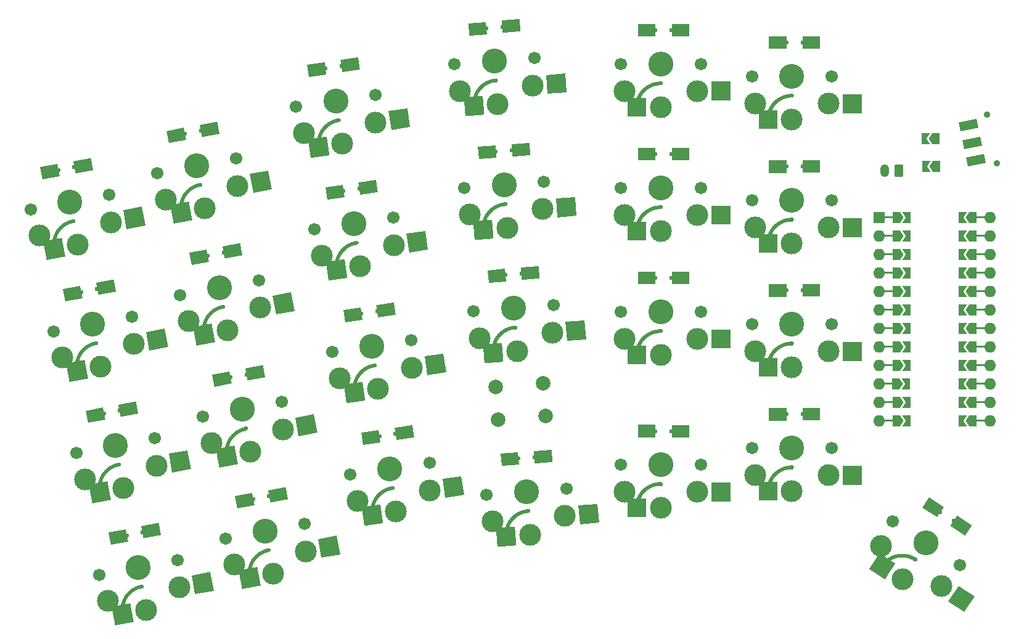
<source format=gbr>
%TF.GenerationSoftware,KiCad,Pcbnew,(6.0.5)*%
%TF.CreationDate,2023-05-21T00:40:20-05:00*%
%TF.ProjectId,pcb,7063622e-6b69-4636-9164-5f7063625858,rev?*%
%TF.SameCoordinates,Original*%
%TF.FileFunction,Soldermask,Top*%
%TF.FilePolarity,Negative*%
%FSLAX46Y46*%
G04 Gerber Fmt 4.6, Leading zero omitted, Abs format (unit mm)*
G04 Created by KiCad (PCBNEW (6.0.5)) date 2023-05-21 00:40:20*
%MOMM*%
%LPD*%
G01*
G04 APERTURE LIST*
G04 Aperture macros list*
%AMRoundRect*
0 Rectangle with rounded corners*
0 $1 Rounding radius*
0 $2 $3 $4 $5 $6 $7 $8 $9 X,Y pos of 4 corners*
0 Add a 4 corners polygon primitive as box body*
4,1,4,$2,$3,$4,$5,$6,$7,$8,$9,$2,$3,0*
0 Add four circle primitives for the rounded corners*
1,1,$1+$1,$2,$3*
1,1,$1+$1,$4,$5*
1,1,$1+$1,$6,$7*
1,1,$1+$1,$8,$9*
0 Add four rect primitives between the rounded corners*
20,1,$1+$1,$2,$3,$4,$5,0*
20,1,$1+$1,$4,$5,$6,$7,0*
20,1,$1+$1,$6,$7,$8,$9,0*
20,1,$1+$1,$8,$9,$2,$3,0*%
%AMRotRect*
0 Rectangle, with rotation*
0 The origin of the aperture is its center*
0 $1 length*
0 $2 width*
0 $3 Rotation angle, in degrees counterclockwise*
0 Add horizontal line*
21,1,$1,$2,0,0,$3*%
%AMFreePoly0*
4,1,39,3.372967,3.511513,3.456019,3.456019,3.511513,3.372967,3.531000,3.275000,3.511513,3.177033,3.456019,3.093981,3.372967,3.038487,3.275000,3.019000,3.258515,3.022279,2.958996,3.006582,2.646453,2.957080,2.340797,2.875180,2.045377,2.761779,1.763428,2.618119,1.498041,2.445774,1.252122,2.246633,1.028367,2.022878,0.829226,1.776959,0.656881,1.511572,0.549080,1.300000,
1.300000,1.300000,1.300000,-1.300000,-1.300000,-1.300000,-1.300000,1.300000,-0.005558,1.300000,0.012781,1.351255,0.160936,1.664502,0.339081,1.961718,0.545500,2.240043,0.778206,2.496794,1.034957,2.729500,1.313282,2.935919,1.610498,3.114064,1.923745,3.262219,2.250005,3.378956,2.586136,3.463153,2.928901,3.513997,3.275000,3.531000,3.372967,3.511513,3.372967,3.511513,
$1*%
%AMFreePoly1*
4,1,15,0.500000,0.127000,2.540000,0.127000,2.576070,0.121770,2.636138,0.082984,2.665733,0.017894,2.655473,-0.052868,2.608611,-0.106872,2.540000,-0.127000,0.500000,-0.127000,0.500000,-0.750000,-0.500000,-0.750000,-1.000000,0.000000,-0.500000,0.750000,0.500000,0.750000,0.500000,0.127000,0.500000,0.127000,$1*%
%AMFreePoly2*
4,1,6,0.150000,0.000000,0.650000,-0.750000,-0.500000,-0.750000,-0.500000,0.750000,0.650000,0.750000,0.150000,0.000000,0.150000,0.000000,$1*%
%AMFreePoly3*
4,1,6,1.000000,0.000000,0.500000,-0.750000,-0.500000,-0.750000,-0.500000,0.750000,0.500000,0.750000,1.000000,0.000000,1.000000,0.000000,$1*%
%AMFreePoly4*
4,1,6,0.500000,-0.750000,-0.650000,-0.750000,-0.150000,0.000000,-0.650000,0.750000,0.500000,0.750000,0.500000,-0.750000,0.500000,-0.750000,$1*%
G04 Aperture macros list end*
%ADD10C,3.000000*%
%ADD11C,1.701800*%
%ADD12C,3.429000*%
%ADD13C,0.600000*%
%ADD14FreePoly0,0.000000*%
%ADD15R,2.456000X1.700000*%
%ADD16FreePoly0,326.600000*%
%ADD17RotRect,2.456000X1.700000X326.600000*%
%ADD18O,1.600000X1.600000*%
%ADD19FreePoly1,0.000000*%
%ADD20FreePoly1,180.000000*%
%ADD21R,1.600000X1.600000*%
%ADD22FreePoly2,0.000000*%
%ADD23FreePoly2,180.000000*%
%ADD24C,0.900000*%
%ADD25RotRect,1.250000X2.500000X101.200000*%
%ADD26FreePoly0,10.600000*%
%ADD27RotRect,2.456000X1.700000X10.600000*%
%ADD28FreePoly0,4.470000*%
%ADD29RotRect,2.456000X1.700000X4.470000*%
%ADD30FreePoly0,8.360000*%
%ADD31RotRect,2.456000X1.700000X8.360000*%
%ADD32RoundRect,0.250000X0.350000X0.625000X-0.350000X0.625000X-0.350000X-0.625000X0.350000X-0.625000X0*%
%ADD33O,1.200000X1.750000*%
%ADD34FreePoly3,180.000000*%
%ADD35FreePoly4,180.000000*%
%ADD36C,2.000000*%
G04 APERTURE END LIST*
%TO.C,K40*%
G36*
X160395853Y-112039042D02*
G01*
X157779653Y-112039042D01*
X157779653Y-114655242D01*
X160395853Y-114655242D01*
X160395853Y-112039042D01*
G37*
G36*
X147670453Y-104139642D02*
G01*
X150083453Y-104139642D01*
X150083453Y-105841442D01*
X147670453Y-105841442D01*
X147670453Y-104139642D01*
G37*
%TO.C,K50*%
G36*
X178395861Y-109749491D02*
G01*
X175779661Y-109749491D01*
X175779661Y-112365691D01*
X178395861Y-112365691D01*
X178395861Y-109749491D01*
G37*
G36*
X165670461Y-101850091D02*
G01*
X168083461Y-101850091D01*
X168083461Y-103551891D01*
X165670461Y-103551891D01*
X165670461Y-101850091D01*
G37*
%TO.C,K60*%
G36*
X193924526Y-127685813D02*
G01*
X191740397Y-126245645D01*
X190300229Y-128429774D01*
X192484358Y-129869941D01*
X193924526Y-127685813D01*
G37*
G36*
X187649220Y-114085929D02*
G01*
X189663708Y-115414239D01*
X188726900Y-116834982D01*
X186712412Y-115506672D01*
X187649220Y-114085929D01*
G37*
%TO.C,K03*%
G36*
X65574000Y-68742813D02*
G01*
X67945823Y-68298939D01*
X68258872Y-69971698D01*
X65887049Y-70415573D01*
X65574000Y-68742813D01*
G37*
G36*
X79535351Y-74166558D02*
G01*
X76963796Y-74647812D01*
X77445049Y-77219367D01*
X80016605Y-76738114D01*
X79535351Y-74166558D01*
G37*
%TO.C,K31*%
G36*
X140346493Y-89787909D02*
G01*
X137738251Y-89991808D01*
X137942150Y-92600050D01*
X140550392Y-92396151D01*
X140346493Y-89787909D01*
G37*
G36*
X127044144Y-82904318D02*
G01*
X129449804Y-82716255D01*
X129582437Y-84412879D01*
X127176777Y-84600941D01*
X127044144Y-82904318D01*
G37*
%TO.C,K02*%
G36*
X82666202Y-90896116D02*
G01*
X80094647Y-91377370D01*
X80575900Y-93948925D01*
X83147456Y-93467672D01*
X82666202Y-90896116D01*
G37*
G36*
X68704851Y-85472371D02*
G01*
X71076674Y-85028497D01*
X71389723Y-86701256D01*
X69017900Y-87145131D01*
X68704851Y-85472371D01*
G37*
%TO.C,K43*%
G36*
X160395852Y-56979041D02*
G01*
X157779652Y-56979041D01*
X157779652Y-59595241D01*
X160395852Y-59595241D01*
X160395852Y-56979041D01*
G37*
G36*
X147670452Y-49079641D02*
G01*
X150083452Y-49079641D01*
X150083452Y-50781441D01*
X147670452Y-50781441D01*
X147670452Y-49079641D01*
G37*
%TO.C,K21*%
G36*
X120951248Y-94332811D02*
G01*
X118362848Y-94713186D01*
X118743223Y-97301587D01*
X121331623Y-96921211D01*
X120951248Y-94332811D01*
G37*
G36*
X107212555Y-88367525D02*
G01*
X109599914Y-88016693D01*
X109847343Y-89700410D01*
X107459983Y-90051242D01*
X107212555Y-88367525D01*
G37*
%TO.C,K53*%
G36*
X165670460Y-50790090D02*
G01*
X168083460Y-50790090D01*
X168083460Y-52491890D01*
X165670460Y-52491890D01*
X165670460Y-50790090D01*
G37*
G36*
X178395860Y-58689490D02*
G01*
X175779660Y-58689490D01*
X175779660Y-61305690D01*
X178395860Y-61305690D01*
X178395860Y-58689490D01*
G37*
%TO.C,K22*%
G36*
X104737976Y-71528379D02*
G01*
X107125335Y-71177547D01*
X107372764Y-72861264D01*
X104985404Y-73212096D01*
X104737976Y-71528379D01*
G37*
G36*
X118476669Y-77493665D02*
G01*
X115888269Y-77874040D01*
X116268644Y-80462441D01*
X118857044Y-80082065D01*
X118476669Y-77493665D01*
G37*
%TO.C,K01*%
G36*
X85797054Y-107625676D02*
G01*
X83225499Y-108106930D01*
X83706752Y-110678485D01*
X86278308Y-110197232D01*
X85797054Y-107625676D01*
G37*
G36*
X71835703Y-102201931D02*
G01*
X74207526Y-101758057D01*
X74520575Y-103430816D01*
X72148752Y-103874691D01*
X71835703Y-102201931D01*
G37*
%TO.C,K42*%
G36*
X147670452Y-66099642D02*
G01*
X150083452Y-66099642D01*
X150083452Y-67801442D01*
X147670452Y-67801442D01*
X147670452Y-66099642D01*
G37*
G36*
X160395852Y-73999042D02*
G01*
X157779652Y-73999042D01*
X157779652Y-76615242D01*
X160395852Y-76615242D01*
X160395852Y-73999042D01*
G37*
%TO.C,K12*%
G36*
X100046322Y-85914002D02*
G01*
X97474767Y-86395256D01*
X97956020Y-88966811D01*
X100527576Y-88485558D01*
X100046322Y-85914002D01*
G37*
G36*
X86084971Y-80490257D02*
G01*
X88456794Y-80046383D01*
X88769843Y-81719142D01*
X86398020Y-82163017D01*
X86084971Y-80490257D01*
G37*
%TO.C,K41*%
G36*
X160395853Y-91019042D02*
G01*
X157779653Y-91019042D01*
X157779653Y-93635242D01*
X160395853Y-93635242D01*
X160395853Y-91019042D01*
G37*
G36*
X147670453Y-83119642D02*
G01*
X150083453Y-83119642D01*
X150083453Y-84821442D01*
X147670453Y-84821442D01*
X147670453Y-83119642D01*
G37*
%TO.C,K11*%
G36*
X103177174Y-102643563D02*
G01*
X100605619Y-103124817D01*
X101086872Y-105696372D01*
X103658428Y-105215119D01*
X103177174Y-102643563D01*
G37*
G36*
X89215823Y-97219818D02*
G01*
X91587646Y-96775944D01*
X91900695Y-98448703D01*
X89528872Y-98892578D01*
X89215823Y-97219818D01*
G37*
%TO.C,K51*%
G36*
X178395861Y-92729491D02*
G01*
X175779661Y-92729491D01*
X175779661Y-95345691D01*
X178395861Y-95345691D01*
X178395861Y-92729491D01*
G37*
G36*
X165670461Y-84830091D02*
G01*
X168083461Y-84830091D01*
X168083461Y-86531891D01*
X165670461Y-86531891D01*
X165670461Y-84830091D01*
G37*
%TO.C,K33*%
G36*
X137693513Y-55851450D02*
G01*
X135085271Y-56055349D01*
X135289170Y-58663591D01*
X137897412Y-58459692D01*
X137693513Y-55851450D01*
G37*
G36*
X124391164Y-48967859D02*
G01*
X126796824Y-48779796D01*
X126929457Y-50476420D01*
X124523797Y-50664482D01*
X124391164Y-48967859D01*
G37*
%TO.C,K00*%
G36*
X88927905Y-124355235D02*
G01*
X86356350Y-124836489D01*
X86837603Y-127408044D01*
X89409159Y-126926791D01*
X88927905Y-124355235D01*
G37*
G36*
X74966554Y-118931490D02*
G01*
X77338377Y-118487616D01*
X77651426Y-120160375D01*
X75279603Y-120604250D01*
X74966554Y-118931490D01*
G37*
%TO.C,K20*%
G36*
X123425826Y-111171959D02*
G01*
X120837426Y-111552334D01*
X121217801Y-114140735D01*
X123806201Y-113760359D01*
X123425826Y-111171959D01*
G37*
G36*
X109687133Y-105206673D02*
G01*
X112074492Y-104855841D01*
X112321921Y-106539558D01*
X109934561Y-106890390D01*
X109687133Y-105206673D01*
G37*
%TO.C,K32*%
G36*
X125717654Y-65936088D02*
G01*
X128123314Y-65748025D01*
X128255947Y-67444649D01*
X125850287Y-67632711D01*
X125717654Y-65936088D01*
G37*
G36*
X139020003Y-72819679D02*
G01*
X136411761Y-73023578D01*
X136615660Y-75631820D01*
X139223902Y-75427921D01*
X139020003Y-72819679D01*
G37*
%TO.C,K13*%
G36*
X96915469Y-69184442D02*
G01*
X94343914Y-69665696D01*
X94825167Y-72237251D01*
X97396723Y-71755998D01*
X96915469Y-69184442D01*
G37*
G36*
X82954118Y-63760697D02*
G01*
X85325941Y-63316823D01*
X85638990Y-64989582D01*
X83267167Y-65433457D01*
X82954118Y-63760697D01*
G37*
%TO.C,K23*%
G36*
X102263399Y-54689233D02*
G01*
X104650758Y-54338401D01*
X104898187Y-56022118D01*
X102510827Y-56372950D01*
X102263399Y-54689233D01*
G37*
G36*
X116002092Y-60654519D02*
G01*
X113413692Y-61034894D01*
X113794067Y-63623295D01*
X116382467Y-63242919D01*
X116002092Y-60654519D01*
G37*
%TO.C,K30*%
G36*
X128820611Y-108097539D02*
G01*
X131226271Y-107909476D01*
X131358904Y-109606100D01*
X128953244Y-109794162D01*
X128820611Y-108097539D01*
G37*
G36*
X142122960Y-114981130D02*
G01*
X139514718Y-115185029D01*
X139718617Y-117793271D01*
X142326859Y-117589372D01*
X142122960Y-114981130D01*
G37*
%TO.C,K10*%
G36*
X106308025Y-119373120D02*
G01*
X103736470Y-119854374D01*
X104217723Y-122425929D01*
X106789279Y-121944676D01*
X106308025Y-119373120D01*
G37*
G36*
X92346674Y-113949375D02*
G01*
X94718497Y-113505501D01*
X95031546Y-115178260D01*
X92659723Y-115622135D01*
X92346674Y-113949375D01*
G37*
%TO.C,K52*%
G36*
X178395861Y-75709490D02*
G01*
X175779661Y-75709490D01*
X175779661Y-78325690D01*
X178395861Y-78325690D01*
X178395861Y-75709490D01*
G37*
G36*
X165670461Y-67810090D02*
G01*
X168083461Y-67810090D01*
X168083461Y-69511890D01*
X165670461Y-69511890D01*
X165670461Y-67810090D01*
G37*
%TD*%
D10*
%TO.C,K40*%
X145820053Y-113350642D03*
D11*
X145320053Y-109600642D03*
D10*
X155820053Y-113350642D03*
D12*
X150820053Y-109600642D03*
D10*
X150820053Y-115550642D03*
D13*
X150070053Y-104986642D03*
D11*
X156320053Y-109600642D03*
D14*
X147545053Y-115550642D03*
D13*
X150820053Y-112275642D03*
D15*
X153498053Y-104986642D03*
D13*
X152270053Y-104986642D03*
%TD*%
D11*
%TO.C,K50*%
X163320061Y-107311091D03*
X174320061Y-107311091D03*
D10*
X168820061Y-113261091D03*
X163820061Y-111061091D03*
X173820061Y-111061091D03*
D12*
X168820061Y-107311091D03*
D13*
X168070061Y-102697091D03*
X168820061Y-109986091D03*
D14*
X165545061Y-113261091D03*
D13*
X170270061Y-102697091D03*
D15*
X171498061Y-102697091D03*
%TD*%
D10*
%TO.C,K60*%
X183997122Y-125346171D03*
X189382419Y-126261909D03*
D11*
X191864145Y-123406470D03*
D12*
X187272482Y-120378826D03*
D10*
X181033940Y-120757102D03*
D11*
X182680819Y-117351182D03*
D13*
X189186264Y-116113977D03*
X185799946Y-122612044D03*
D16*
X181262995Y-123543346D03*
D17*
X192048123Y-118001025D03*
D13*
X191022930Y-117325035D03*
%TD*%
D18*
%TO.C,U1*%
X180823676Y-96005284D03*
D19*
X193703676Y-90925284D03*
D18*
X196063676Y-101085284D03*
D19*
X193703676Y-83305284D03*
D18*
X180823676Y-93465284D03*
D19*
X193703676Y-96005284D03*
D20*
X183183676Y-103625284D03*
X183183676Y-90925284D03*
D18*
X196063676Y-83305284D03*
D19*
X193703676Y-88385284D03*
D20*
X183183676Y-75685284D03*
D19*
X193703676Y-80765284D03*
D20*
X183194001Y-85832943D03*
D19*
X193703676Y-98545284D03*
D18*
X196063676Y-98545284D03*
X180823676Y-101085284D03*
X180823676Y-85845284D03*
D20*
X183183676Y-83305284D03*
D19*
X193703676Y-78225284D03*
D18*
X180823676Y-78225284D03*
X196063676Y-90925284D03*
X180823676Y-103625284D03*
X196063676Y-78225284D03*
D20*
X183108676Y-98545284D03*
X183183676Y-78225284D03*
D21*
X180823676Y-75685284D03*
D20*
X183183676Y-88385284D03*
D18*
X196063676Y-103625284D03*
X196063676Y-80765284D03*
D19*
X193703676Y-75685284D03*
D18*
X180823676Y-80765284D03*
X196063676Y-96005284D03*
D19*
X193703676Y-85845284D03*
D20*
X183183676Y-80765284D03*
D18*
X180823676Y-98545284D03*
D19*
X193703676Y-93465284D03*
D20*
X183183676Y-93465284D03*
D18*
X196063676Y-85845284D03*
X196063676Y-93465284D03*
D19*
X193703676Y-103625284D03*
D18*
X180823676Y-83305284D03*
X180823676Y-88385284D03*
X180823676Y-90925284D03*
X196063676Y-88385284D03*
X196063676Y-75685284D03*
D19*
X193703676Y-101085284D03*
D20*
X183183676Y-96005284D03*
X183183676Y-101085284D03*
D22*
X192253676Y-75685284D03*
X192253676Y-78225284D03*
X192253676Y-80765284D03*
X192253676Y-83305284D03*
X192253676Y-85845284D03*
X192253676Y-88385284D03*
X192253676Y-90925284D03*
X192253676Y-93465284D03*
X192253676Y-96005284D03*
X192253676Y-98545284D03*
X192253676Y-101085284D03*
X192253676Y-103625284D03*
D23*
X184633676Y-103625284D03*
X184633676Y-101085284D03*
X184558676Y-98545284D03*
X184633676Y-96005284D03*
X184633676Y-93465284D03*
X184633676Y-90925284D03*
X184633676Y-88385284D03*
X184644001Y-85832943D03*
X184633676Y-83305284D03*
X184633676Y-80765284D03*
X184633676Y-78225284D03*
X184633676Y-75685284D03*
%TD*%
D24*
%TO.C,SW2*%
X195627235Y-61495805D03*
X196948029Y-68166301D03*
D25*
X194075591Y-67817585D03*
X193590005Y-65365197D03*
X193104419Y-62912810D03*
%TD*%
D11*
%TO.C,K03*%
X75080556Y-72519518D03*
D12*
X69674412Y-73531250D03*
D13*
X68088459Y-69133950D03*
D11*
X64268268Y-74542982D03*
D10*
X65449553Y-78137014D03*
X75278906Y-76297501D03*
X70768923Y-79379715D03*
D13*
X70166482Y-76160602D03*
D26*
X67549809Y-79982156D03*
D13*
X70250917Y-68729257D03*
D27*
X71457961Y-68503365D03*
%TD*%
D13*
%TO.C,K31*%
X129502458Y-83561723D03*
D10*
X125917251Y-92231515D03*
D12*
X130609778Y-88103236D03*
D11*
X125126507Y-88531890D03*
D10*
X131073504Y-94035138D03*
X135886834Y-91452144D03*
D11*
X136093049Y-87674582D03*
D28*
X127808465Y-94290382D03*
D13*
X130818260Y-90770099D03*
D29*
X132920030Y-83294555D03*
D13*
X131695766Y-83390262D03*
%TD*%
%TO.C,K02*%
X71219310Y-85863508D03*
D10*
X68580404Y-94866572D03*
D12*
X72805263Y-90260808D03*
D10*
X73899774Y-96109273D03*
D11*
X78211407Y-89249076D03*
X67399119Y-91272540D03*
D10*
X78409757Y-93027059D03*
D26*
X70680660Y-96711714D03*
D13*
X73297333Y-92890160D03*
D27*
X74588812Y-85232923D03*
D13*
X73381768Y-85458815D03*
%TD*%
D10*
%TO.C,K43*%
X150820052Y-60490641D03*
X145820052Y-58290641D03*
X155820052Y-58290641D03*
D13*
X150070052Y-49926641D03*
D11*
X145320052Y-54540641D03*
D12*
X150820052Y-54540641D03*
D11*
X156320052Y-54540641D03*
D13*
X150820052Y-57215641D03*
D14*
X147545052Y-60490641D03*
D13*
X152270052Y-49926641D03*
D15*
X153498052Y-49926641D03*
%TD*%
D11*
%TO.C,K21*%
X116564232Y-92512911D03*
D10*
X111987759Y-99199345D03*
D11*
X105681118Y-94112227D03*
D13*
X109709804Y-88856641D03*
D10*
X106721026Y-97749684D03*
X116614767Y-96295760D03*
D12*
X111122675Y-93312569D03*
D30*
X108747559Y-99675505D03*
D13*
X111511600Y-95959145D03*
D31*
X113101378Y-88358236D03*
D13*
X111886427Y-88536778D03*
%TD*%
D10*
%TO.C,K53*%
X163820060Y-60001090D03*
D11*
X163320060Y-56251090D03*
X174320060Y-56251090D03*
D12*
X168820060Y-56251090D03*
D10*
X168820060Y-62201090D03*
D13*
X168070060Y-51637090D03*
D10*
X173820060Y-60001090D03*
D14*
X165545060Y-62201090D03*
D13*
X168820060Y-58926090D03*
D15*
X171498060Y-51637090D03*
D13*
X170270060Y-51637090D03*
%TD*%
D10*
%TO.C,K22*%
X109513180Y-82360199D03*
D13*
X107235225Y-72017495D03*
D11*
X114089653Y-75673765D03*
D12*
X108648096Y-76473423D03*
D11*
X103206539Y-77273081D03*
D10*
X104246447Y-80910538D03*
X114140188Y-79456614D03*
D13*
X109037021Y-79119999D03*
D30*
X106272980Y-82836359D03*
D31*
X110626799Y-71519090D03*
D13*
X109411848Y-71697632D03*
%TD*%
D11*
%TO.C,K01*%
X70529971Y-108002100D03*
D10*
X71711256Y-111596132D03*
X81540609Y-109756619D03*
X77030626Y-112838833D03*
D13*
X74350162Y-102593068D03*
D11*
X81342259Y-105978636D03*
D12*
X75936115Y-106990368D03*
D13*
X76428185Y-109619720D03*
D26*
X73811512Y-113441274D03*
D13*
X76512620Y-102188375D03*
D27*
X77719664Y-101962483D03*
%TD*%
D10*
%TO.C,K42*%
X155820052Y-75310642D03*
D12*
X150820052Y-71560642D03*
D11*
X156320052Y-71560642D03*
D13*
X150070052Y-66946642D03*
D10*
X150820052Y-77510642D03*
D11*
X145320052Y-71560642D03*
D10*
X145820052Y-75310642D03*
D13*
X150820052Y-74235642D03*
D14*
X147545052Y-77510642D03*
D13*
X152270052Y-66946642D03*
D15*
X153498052Y-66946642D03*
%TD*%
D10*
%TO.C,K12*%
X91279894Y-91127159D03*
D11*
X84779239Y-86290426D03*
D10*
X85960524Y-89884458D03*
D12*
X90185383Y-85278694D03*
D11*
X95591527Y-84266962D03*
D13*
X88599430Y-80881394D03*
D10*
X95789877Y-88044945D03*
D26*
X88060780Y-91729600D03*
D13*
X90677453Y-87908046D03*
D27*
X91968932Y-80250809D03*
D13*
X90761888Y-80476701D03*
%TD*%
D32*
%TO.C,J1*%
X183547633Y-69186054D03*
D33*
X181547633Y-69186054D03*
%TD*%
D12*
%TO.C,K41*%
X150820053Y-88580642D03*
D10*
X145820053Y-92330642D03*
D13*
X150070053Y-83966642D03*
D10*
X150820053Y-94530642D03*
D11*
X156320053Y-88580642D03*
X145320053Y-88580642D03*
D10*
X155820053Y-92330642D03*
D14*
X147545053Y-94530642D03*
D13*
X150820053Y-91255642D03*
D15*
X153498053Y-83966642D03*
D13*
X152270053Y-83966642D03*
%TD*%
D12*
%TO.C,K11*%
X93316235Y-102008255D03*
D10*
X94410746Y-107856720D03*
X89091376Y-106614019D03*
D11*
X98722379Y-100996523D03*
D10*
X98920729Y-104774506D03*
D11*
X87910091Y-103019987D03*
D13*
X91730282Y-97610955D03*
X93808305Y-104637607D03*
D26*
X91191632Y-108459161D03*
D13*
X93892740Y-97206262D03*
D27*
X95099784Y-96980370D03*
%TD*%
D10*
%TO.C,K51*%
X173820061Y-94041091D03*
D13*
X168070061Y-85677091D03*
D11*
X163320061Y-90291091D03*
X174320061Y-90291091D03*
D10*
X168820061Y-96241091D03*
D12*
X168820061Y-90291091D03*
D10*
X163820061Y-94041091D03*
D13*
X168820061Y-92966091D03*
D14*
X165545061Y-96241091D03*
D15*
X171498061Y-85677091D03*
D13*
X170270061Y-85677091D03*
%TD*%
D11*
%TO.C,K33*%
X122473527Y-54595431D03*
D10*
X123264271Y-58295056D03*
X133233854Y-57515685D03*
X128420524Y-60098679D03*
D12*
X127956798Y-54166777D03*
D11*
X133440069Y-53738123D03*
D13*
X126849478Y-49625264D03*
X128165280Y-56833640D03*
D28*
X125155485Y-60353923D03*
D13*
X129042786Y-49453803D03*
D29*
X130267050Y-49358096D03*
%TD*%
D10*
%TO.C,K00*%
X74842107Y-128325691D03*
X80161477Y-129568392D03*
X84671460Y-126486178D03*
D12*
X79066966Y-123719927D03*
D11*
X73660822Y-124731659D03*
D13*
X77481013Y-119322627D03*
D11*
X84473110Y-122708195D03*
D13*
X79559036Y-126349279D03*
D26*
X76942363Y-130170833D03*
D13*
X79643471Y-118917934D03*
D27*
X80850515Y-118692042D03*
%TD*%
D34*
%TO.C,JP4*%
X188685000Y-68580000D03*
D35*
X187235000Y-68580000D03*
%TD*%
D12*
%TO.C,K20*%
X113597253Y-110151717D03*
D11*
X108155696Y-110951375D03*
D10*
X109195604Y-114588832D03*
D11*
X119038810Y-109352059D03*
D13*
X112184382Y-105695789D03*
D10*
X114462337Y-116038493D03*
X119089345Y-113134908D03*
D30*
X111222137Y-116514653D03*
D13*
X113986178Y-112798293D03*
D31*
X115575956Y-105197384D03*
D13*
X114361005Y-105375926D03*
%TD*%
%TO.C,K32*%
X128175968Y-66593493D03*
D10*
X134560344Y-74483914D03*
D11*
X134766559Y-70706352D03*
D10*
X124590761Y-75263285D03*
X129747014Y-77066908D03*
D11*
X123800017Y-71563660D03*
D12*
X129283288Y-71135006D03*
D13*
X129491770Y-73801869D03*
D28*
X126481975Y-77322152D03*
D13*
X130369276Y-66422032D03*
D29*
X131593540Y-66326325D03*
%TD*%
D10*
%TO.C,K13*%
X82829671Y-73154898D03*
X92659024Y-71315385D03*
D11*
X92460674Y-67537402D03*
D10*
X88149041Y-74397599D03*
D13*
X85468577Y-64151834D03*
D12*
X87054530Y-68549134D03*
D11*
X81648386Y-69560866D03*
D13*
X87546600Y-71178486D03*
D26*
X84929927Y-75000040D03*
D13*
X87631035Y-63747141D03*
D27*
X88838079Y-63521249D03*
%TD*%
D10*
%TO.C,K23*%
X101771870Y-64071392D03*
X107038603Y-65521053D03*
X111665611Y-62617468D03*
D13*
X104760648Y-55178349D03*
D11*
X100731962Y-60433935D03*
X111615076Y-58834619D03*
D12*
X106173519Y-59634277D03*
D30*
X103798403Y-65997213D03*
D13*
X106562444Y-62280853D03*
D31*
X108152222Y-54679944D03*
D13*
X106937271Y-54858486D03*
%TD*%
D11*
%TO.C,K30*%
X126902974Y-113725111D03*
D10*
X137663301Y-116645365D03*
X127693718Y-117424736D03*
D12*
X132386245Y-113296457D03*
D11*
X137869516Y-112867803D03*
D10*
X132849971Y-119228359D03*
D13*
X131278925Y-108754944D03*
D28*
X129584932Y-119483603D03*
D13*
X132594727Y-115963320D03*
D29*
X134696497Y-108487776D03*
D13*
X133472233Y-108583483D03*
%TD*%
%TO.C,K10*%
X94861133Y-114340512D03*
D10*
X102051580Y-121504063D03*
X97541597Y-124586277D03*
D12*
X96447086Y-118737812D03*
D10*
X92222227Y-123343576D03*
D11*
X101853230Y-117726080D03*
X91040942Y-119749544D03*
D26*
X94322483Y-125188718D03*
D13*
X96939156Y-121367164D03*
D27*
X98230635Y-113709927D03*
D13*
X97023591Y-113935819D03*
%TD*%
D34*
%TO.C,JP1*%
X188595000Y-64770000D03*
D35*
X187145000Y-64770000D03*
%TD*%
D10*
%TO.C,K52*%
X173820061Y-77021090D03*
D11*
X163320061Y-73271090D03*
D13*
X168070061Y-68657090D03*
D12*
X168820061Y-73271090D03*
D11*
X174320061Y-73271090D03*
D10*
X163820061Y-77021090D03*
X168820061Y-79221090D03*
D14*
X165545061Y-79221090D03*
D13*
X168820061Y-75946090D03*
D15*
X171498061Y-68657090D03*
D13*
X170270061Y-68657090D03*
%TD*%
D36*
%TO.C,SW1*%
X134620000Y-98425000D03*
X128139771Y-98931591D03*
X128490488Y-103417903D03*
X134970717Y-102911312D03*
%TD*%
M02*

</source>
